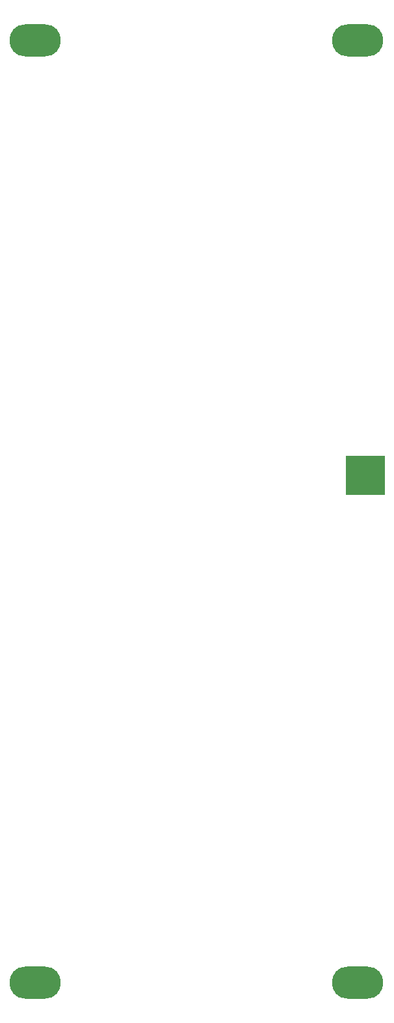
<source format=gts>
G04 #@! TF.GenerationSoftware,KiCad,Pcbnew,6.0.10+dfsg-1~bpo11+1*
G04 #@! TF.CreationDate,2023-01-12T17:48:16+00:00*
G04 #@! TF.ProjectId,MS20-VCF,4d533230-2d56-4434-962e-6b696361645f,rev?*
G04 #@! TF.SameCoordinates,Original*
G04 #@! TF.FileFunction,Soldermask,Top*
G04 #@! TF.FilePolarity,Negative*
%FSLAX46Y46*%
G04 Gerber Fmt 4.6, Leading zero omitted, Abs format (unit mm)*
G04 Created by KiCad (PCBNEW 6.0.10+dfsg-1~bpo11+1) date 2023-01-12 17:48:16*
%MOMM*%
%LPD*%
G01*
G04 APERTURE LIST*
%ADD10C,0.100000*%
%ADD11O,6.700000X4.200000*%
G04 APERTURE END LIST*
D10*
G36*
X124400000Y-99100000D02*
G01*
X119400000Y-99100000D01*
X119400000Y-94100000D01*
X124400000Y-94100000D01*
X124400000Y-99100000D01*
G37*
X124400000Y-99100000D02*
X119400000Y-99100000D01*
X119400000Y-94100000D01*
X124400000Y-94100000D01*
X124400000Y-99100000D01*
D11*
X78900000Y-40100000D03*
X120900000Y-40100000D03*
X120900000Y-162600000D03*
X78900000Y-162600000D03*
M02*

</source>
